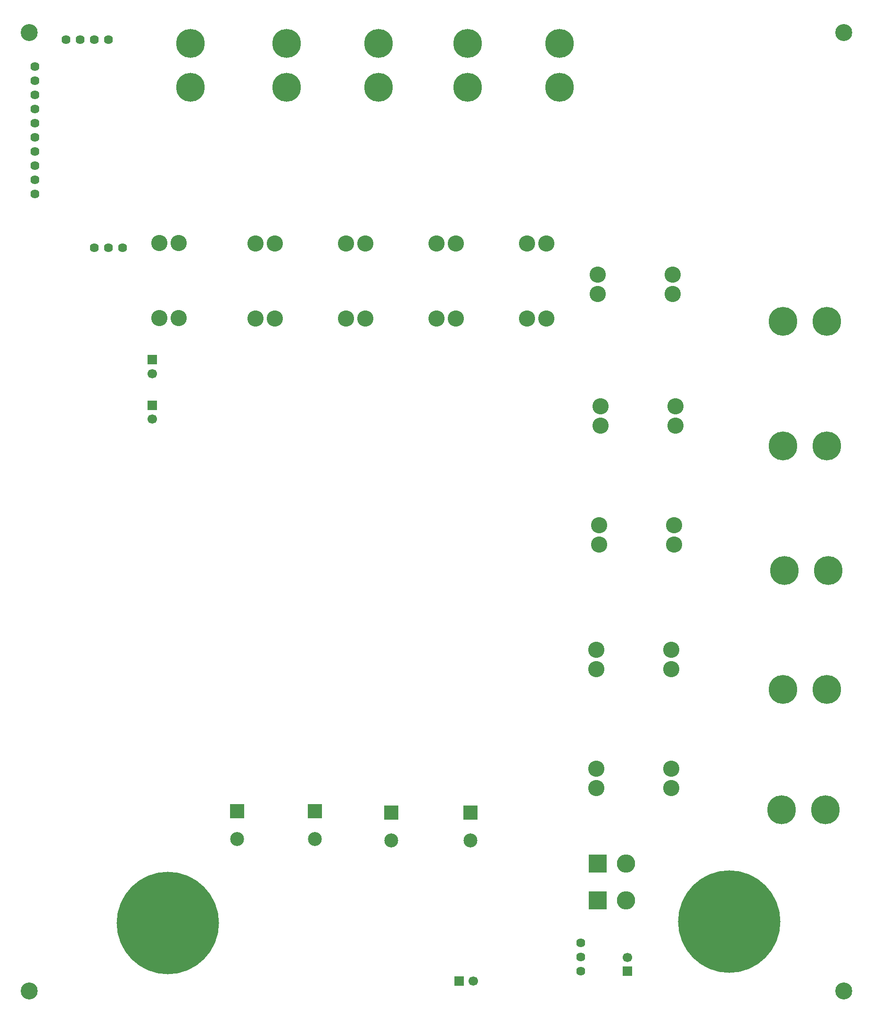
<source format=gbr>
%TF.GenerationSoftware,KiCad,Pcbnew,(5.1.4)-1*%
%TF.CreationDate,2021-04-02T11:00:34-05:00*%
%TF.ProjectId,PackVoltage_2021,5061636b-566f-46c7-9461-67655f323032,rev?*%
%TF.SameCoordinates,Original*%
%TF.FileFunction,Soldermask,Bot*%
%TF.FilePolarity,Negative*%
%FSLAX46Y46*%
G04 Gerber Fmt 4.6, Leading zero omitted, Abs format (unit mm)*
G04 Created by KiCad (PCBNEW (5.1.4)-1) date 2021-04-02 11:00:34*
%MOMM*%
%LPD*%
G04 APERTURE LIST*
%ADD10C,3.046400*%
%ADD11C,1.624000*%
%ADD12O,3.300000X3.300000*%
%ADD13R,3.300000X3.300000*%
%ADD14C,2.500000*%
%ADD15R,2.500000X2.500000*%
%ADD16C,1.700000*%
%ADD17R,1.700000X1.700000*%
%ADD18C,5.180000*%
%ADD19C,2.919400*%
%ADD20C,18.388000*%
G04 APERTURE END LIST*
D10*
%TO.C,REF\002A\002A*%
X79248000Y-174752000D03*
%TD*%
%TO.C,REF\002A\002A*%
X79248000Y-2794000D03*
%TD*%
%TO.C,REF\002A\002A*%
X225552000Y-2794000D03*
%TD*%
%TO.C,REF\002A\002A*%
X225552000Y-174752000D03*
%TD*%
D11*
%TO.C,Conn5*%
X80264000Y-8890000D03*
X80264000Y-11430000D03*
X80264000Y-13970000D03*
X80264000Y-16510000D03*
X80264000Y-19050000D03*
X80264000Y-21590000D03*
X80264000Y-24130000D03*
X80264000Y-26670000D03*
X80264000Y-29210000D03*
X80264000Y-31750000D03*
%TD*%
D12*
%TO.C,D2*%
X186436000Y-151892000D03*
D13*
X181356000Y-151892000D03*
%TD*%
D12*
%TO.C,D1*%
X186436000Y-158496000D03*
D13*
X181356000Y-158496000D03*
%TD*%
D14*
%TO.C,C1*%
X130556000Y-147494000D03*
D15*
X130556000Y-142494000D03*
%TD*%
%TO.C,C2*%
X158496000Y-142748000D03*
D14*
X158496000Y-147748000D03*
%TD*%
%TO.C,C3*%
X116586000Y-147494000D03*
D15*
X116586000Y-142494000D03*
%TD*%
%TO.C,C4*%
X144272000Y-142748000D03*
D14*
X144272000Y-147748000D03*
%TD*%
D16*
%TO.C,C16*%
X158964000Y-172974000D03*
D17*
X156464000Y-172974000D03*
%TD*%
%TO.C,C17*%
X101346000Y-69650242D03*
D16*
X101346000Y-72150242D03*
%TD*%
D17*
%TO.C,C31*%
X101346000Y-61468000D03*
D16*
X101346000Y-63968000D03*
%TD*%
%TO.C,C32*%
X186690000Y-168696000D03*
D17*
X186690000Y-171196000D03*
%TD*%
D18*
%TO.C,Conn1*%
X108178000Y-4712000D03*
X108178000Y-12612000D03*
%TD*%
%TO.C,Conn2*%
X222237000Y-142214000D03*
X214337000Y-142214000D03*
%TD*%
%TO.C,Conn3*%
X125450000Y-4712000D03*
X125450000Y-12612000D03*
%TD*%
%TO.C,Conn4*%
X214591000Y-120624000D03*
X222491000Y-120624000D03*
%TD*%
%TO.C,Conn7*%
X141986000Y-4699000D03*
X141986000Y-12599000D03*
%TD*%
%TO.C,Conn8*%
X222491000Y-76936000D03*
X214591000Y-76936000D03*
%TD*%
%TO.C,Conn9*%
X157962000Y-12612000D03*
X157962000Y-4712000D03*
%TD*%
%TO.C,Conn10*%
X174472000Y-12599000D03*
X174472000Y-4699000D03*
%TD*%
%TO.C,Conn11*%
X214845000Y-99288000D03*
X222745000Y-99288000D03*
%TD*%
%TO.C,Conn12*%
X222491000Y-54584000D03*
X214591000Y-54584000D03*
%TD*%
D19*
%TO.C,F1*%
X123317000Y-54102000D03*
X119888000Y-54102000D03*
X119888000Y-40640000D03*
X123317000Y-40640000D03*
%TD*%
%TO.C,F2*%
X139573000Y-40640000D03*
X136144000Y-40640000D03*
X136144000Y-54102000D03*
X139573000Y-54102000D03*
%TD*%
%TO.C,F3*%
X106045000Y-40513000D03*
X102616000Y-40513000D03*
X102616000Y-53975000D03*
X106045000Y-53975000D03*
%TD*%
%TO.C,F4*%
X155829000Y-54102000D03*
X152400000Y-54102000D03*
X152400000Y-40640000D03*
X155829000Y-40640000D03*
%TD*%
%TO.C,F5*%
X181356000Y-49657000D03*
X181356000Y-46228000D03*
X194818000Y-46228000D03*
X194818000Y-49657000D03*
%TD*%
%TO.C,F6*%
X194564000Y-116967000D03*
X194564000Y-113538000D03*
X181102000Y-113538000D03*
X181102000Y-116967000D03*
%TD*%
%TO.C,F7*%
X195326000Y-73279000D03*
X195326000Y-69850000D03*
X181864000Y-69850000D03*
X181864000Y-73279000D03*
%TD*%
%TO.C,F8*%
X194564000Y-138303000D03*
X194564000Y-134874000D03*
X181102000Y-134874000D03*
X181102000Y-138303000D03*
%TD*%
%TO.C,F9*%
X172085000Y-54102000D03*
X168656000Y-54102000D03*
X168656000Y-40640000D03*
X172085000Y-40640000D03*
%TD*%
%TO.C,F10*%
X181610000Y-94615000D03*
X181610000Y-91186000D03*
X195072000Y-91186000D03*
X195072000Y-94615000D03*
%TD*%
D20*
%TO.C,GND1*%
X204978000Y-162306000D03*
%TD*%
D11*
%TO.C,U12*%
X96012000Y-41402000D03*
X93472000Y-41402000D03*
X90932000Y-41402000D03*
%TD*%
%TO.C,U13*%
X178308000Y-166116000D03*
X178308000Y-168656000D03*
X178308000Y-171196000D03*
%TD*%
D20*
%TO.C,V1*%
X104140000Y-162560000D03*
%TD*%
D11*
%TO.C,Conn6*%
X85852000Y-4064000D03*
X88392000Y-4064000D03*
X90932000Y-4064000D03*
X93472000Y-4064000D03*
X93472000Y-4064000D03*
%TD*%
M02*

</source>
